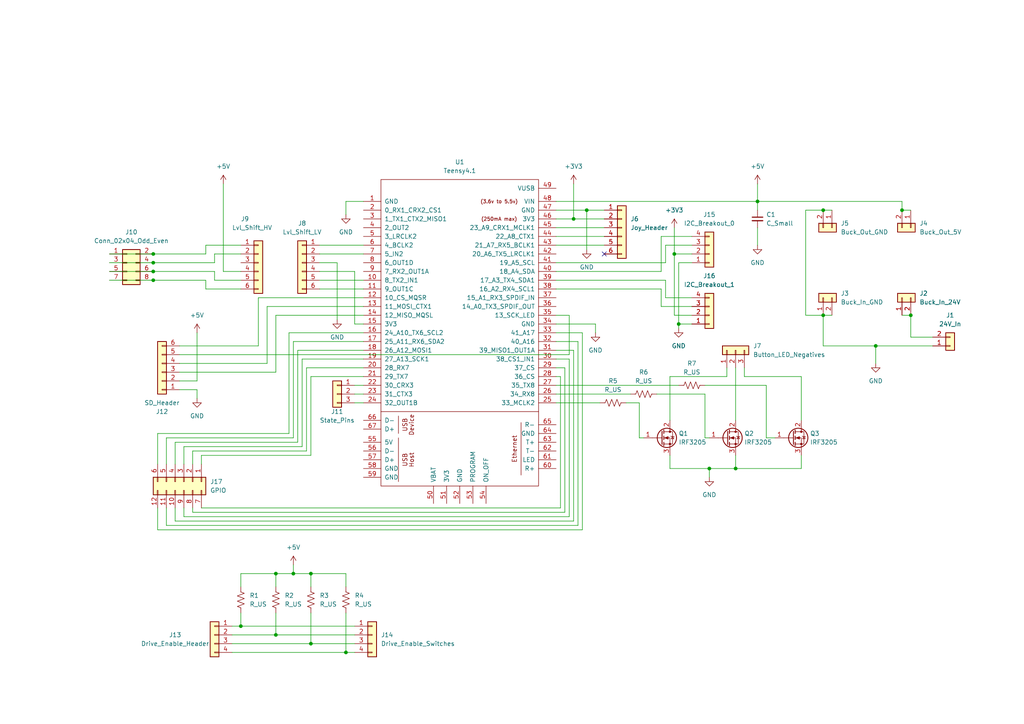
<source format=kicad_sch>
(kicad_sch (version 20211123) (generator eeschema)
  (paper "A4")
  (title_block (title "CNC_Foamcutter_Control_Board") (date "2023-01-08") (rev "1") (company "Case Aeronautics Team"))
  (lib_symbols
    (symbol "Connector_Generic:Conn_01x02" (pin_names (offset 1.016) hide)
      (property "Reference" "J" (at 0 2.54 0))
      (property "Value" "Conn_01x02" (at 0 -5.08 0))
      (symbol "Conn_01x02_1_1"
        (rectangle (start -1.27 -2.413) (end 0 -2.667) (stroke (width 0.1524)))
        (rectangle (start -1.27 0.127) (end 0 -0.127) (stroke (width 0.1524)))
        (rectangle (start -1.27 1.27) (end 1.27 -3.81) (stroke (width 0.254)) (fill (type background)))
        (pin passive line (at -5.08 0 0) (length 3.81) (name "Pin_1") (number "1"))
        (pin passive line (at -5.08 -2.54 0) (length 3.81) (name "Pin_2") (number "2"))
      )
    )
    (symbol "Connector_Generic:Conn_01x03" (pin_names (offset 1.016) hide)
      (property "Reference" "J" (at 0 5.08 0))
      (property "Value" "Conn_01x03" (at 0 -5.08 0))
      (symbol "Conn_01x03_1_1"
        (rectangle (start -1.27 -2.413) (end 0 -2.667) (stroke (width 0.1524)))
        (rectangle (start -1.27 0.127) (end 0 -0.127) (stroke (width 0.1524)))
        (rectangle (start -1.27 2.667) (end 0 2.413) (stroke (width 0.1524)))
        (rectangle (start -1.27 3.81) (end 1.27 -3.81) (stroke (width 0.254)) (fill (type background)))
        (pin passive line (at -5.08 2.54 0) (length 3.81) (name "Pin_1") (number "1"))
        (pin passive line (at -5.08 0 0) (length 3.81) (name "Pin_2") (number "2"))
        (pin passive line (at -5.08 -2.54 0) (length 3.81) (name "Pin_3") (number "3"))
      )
    )
    (symbol "Connector_Generic:Conn_01x04" (pin_names (offset 1.016) hide)
      (property "Reference" "J" (at 0 5.08 0))
      (property "Value" "Conn_01x04" (at 0 -7.62 0))
      (symbol "Conn_01x04_1_1"
        (rectangle (start -1.27 -4.953) (end 0 -5.207) (stroke (width 0.1524)))
        (rectangle (start -1.27 -2.413) (end 0 -2.667) (stroke (width 0.1524)))
        (rectangle (start -1.27 0.127) (end 0 -0.127) (stroke (width 0.1524)))
        (rectangle (start -1.27 2.667) (end 0 2.413) (stroke (width 0.1524)))
        (rectangle (start -1.27 3.81) (end 1.27 -6.35) (stroke (width 0.254)) (fill (type background)))
        (pin passive line (at -5.08 2.54 0) (length 3.81) (name "Pin_1") (number "1"))
        (pin passive line (at -5.08 0 0) (length 3.81) (name "Pin_2") (number "2"))
        (pin passive line (at -5.08 -2.54 0) (length 3.81) (name "Pin_3") (number "3"))
        (pin passive line (at -5.08 -5.08 0) (length 3.81) (name "Pin_4") (number "4"))
      )
    )
    (symbol "Connector_Generic:Conn_01x06" (pin_names (offset 1.016) hide)
      (property "Reference" "J" (at 0 7.62 0))
      (property "Value" "Conn_01x06" (at 0 -10.16 0))
      (symbol "Conn_01x06_1_1"
        (rectangle (start -1.27 -7.493) (end 0 -7.747) (stroke (width 0.1524)))
        (rectangle (start -1.27 -4.953) (end 0 -5.207) (stroke (width 0.1524)))
        (rectangle (start -1.27 -2.413) (end 0 -2.667) (stroke (width 0.1524)))
        (rectangle (start -1.27 0.127) (end 0 -0.127) (stroke (width 0.1524)))
        (rectangle (start -1.27 2.667) (end 0 2.413) (stroke (width 0.1524)))
        (rectangle (start -1.27 5.207) (end 0 4.953) (stroke (width 0.1524)))
        (rectangle (start -1.27 6.35) (end 1.27 -8.89) (stroke (width 0.254)) (fill (type background)))
        (pin passive line (at -5.08 5.08 0) (length 3.81) (name "Pin_1") (number "1"))
        (pin passive line (at -5.08 2.54 0) (length 3.81) (name "Pin_2") (number "2"))
        (pin passive line (at -5.08 0 0) (length 3.81) (name "Pin_3") (number "3"))
        (pin passive line (at -5.08 -2.54 0) (length 3.81) (name "Pin_4") (number "4"))
        (pin passive line (at -5.08 -5.08 0) (length 3.81) (name "Pin_5") (number "5"))
        (pin passive line (at -5.08 -7.62 0) (length 3.81) (name "Pin_6") (number "6"))
      )
    )
    (symbol "Connector_Generic:Conn_02x04_Odd_Even" (pin_names (offset 1.016) hide)
      (property "Reference" "J" (at 1.27 5.08 0))
      (property "Value" "Conn_02x04_Odd_Even" (at 1.27 -7.62 0))
      (symbol "Conn_02x04_Odd_Even_1_1"
        (rectangle (start -1.27 -4.953) (end 0 -5.207) (stroke (width 0.1524)))
        (rectangle (start -1.27 -2.413) (end 0 -2.667) (stroke (width 0.1524)))
        (rectangle (start -1.27 0.127) (end 0 -0.127) (stroke (width 0.1524)))
        (rectangle (start -1.27 2.667) (end 0 2.413) (stroke (width 0.1524)))
        (rectangle (start -1.27 3.81) (end 3.81 -6.35) (stroke (width 0.254)) (fill (type background)))
        (rectangle (start 3.81 -4.953) (end 2.54 -5.207) (stroke (width 0.1524)))
        (rectangle (start 3.81 -2.413) (end 2.54 -2.667) (stroke (width 0.1524)))
        (rectangle (start 3.81 0.127) (end 2.54 -0.127) (stroke (width 0.1524)))
        (rectangle (start 3.81 2.667) (end 2.54 2.413) (stroke (width 0.1524)))
        (pin passive line (at -5.08 2.54 0) (length 3.81) (name "Pin_1") (number "1"))
        (pin passive line (at 7.62 2.54 180) (length 3.81) (name "Pin_2") (number "2"))
        (pin passive line (at -5.08 0 0) (length 3.81) (name "Pin_3") (number "3"))
        (pin passive line (at 7.62 0 180) (length 3.81) (name "Pin_4") (number "4"))
        (pin passive line (at -5.08 -2.54 0) (length 3.81) (name "Pin_5") (number "5"))
        (pin passive line (at 7.62 -2.54 180) (length 3.81) (name "Pin_6") (number "6"))
        (pin passive line (at -5.08 -5.08 0) (length 3.81) (name "Pin_7") (number "7"))
        (pin passive line (at 7.62 -5.08 180) (length 3.81) (name "Pin_8") (number "8"))
      )
    )
    (symbol "Connector_Generic:Conn_02x06_Top_Bottom" (pin_names (offset 1.016) hide)
      (property "Reference" "J" (at 1.27 7.62 0))
      (property "Value" "Conn_02x06_Top_Bottom" (at 1.27 -10.16 0))
      (symbol "Conn_02x06_Top_Bottom_1_1"
        (rectangle (start -1.27 -7.493) (end 0 -7.747) (stroke (width 0.1524)))
        (rectangle (start -1.27 -4.953) (end 0 -5.207) (stroke (width 0.1524)))
        (rectangle (start -1.27 -2.413) (end 0 -2.667) (stroke (width 0.1524)))
        (rectangle (start -1.27 0.127) (end 0 -0.127) (stroke (width 0.1524)))
        (rectangle (start -1.27 2.667) (end 0 2.413) (stroke (width 0.1524)))
        (rectangle (start -1.27 5.207) (end 0 4.953) (stroke (width 0.1524)))
        (rectangle (start -1.27 6.35) (end 3.81 -8.89) (stroke (width 0.254)) (fill (type background)))
        (rectangle (start 3.81 -7.493) (end 2.54 -7.747) (stroke (width 0.1524)))
        (rectangle (start 3.81 -4.953) (end 2.54 -5.207) (stroke (width 0.1524)))
        (rectangle (start 3.81 -2.413) (end 2.54 -2.667) (stroke (width 0.1524)))
        (rectangle (start 3.81 0.127) (end 2.54 -0.127) (stroke (width 0.1524)))
        (rectangle (start 3.81 2.667) (end 2.54 2.413) (stroke (width 0.1524)))
        (rectangle (start 3.81 5.207) (end 2.54 4.953) (stroke (width 0.1524)))
        (pin passive line (at -5.08 5.08 0) (length 3.81) (name "Pin_1") (number "1"))
        (pin passive line (at 7.62 -2.54 180) (length 3.81) (name "Pin_10") (number "10"))
        (pin passive line (at 7.62 -5.08 180) (length 3.81) (name "Pin_11") (number "11"))
        (pin passive line (at 7.62 -7.62 180) (length 3.81) (name "Pin_12") (number "12"))
        (pin passive line (at -5.08 2.54 0) (length 3.81) (name "Pin_2") (number "2"))
        (pin passive line (at -5.08 0 0) (length 3.81) (name "Pin_3") (number "3"))
        (pin passive line (at -5.08 -2.54 0) (length 3.81) (name "Pin_4") (number "4"))
        (pin passive line (at -5.08 -5.08 0) (length 3.81) (name "Pin_5") (number "5"))
        (pin passive line (at -5.08 -7.62 0) (length 3.81) (name "Pin_6") (number "6"))
        (pin passive line (at 7.62 5.08 180) (length 3.81) (name "Pin_7") (number "7"))
        (pin passive line (at 7.62 2.54 180) (length 3.81) (name "Pin_8") (number "8"))
        (pin passive line (at 7.62 0 180) (length 3.81) (name "Pin_9") (number "9"))
      )
    )
    (symbol "Device:C_Small" (pin_numbers hide) (pin_names (offset 0.254) hide)
      (property "Reference" "C" (at 0.254 1.778 0))
      (property "Value" "C_Small" (at 0.254 -2.032 0))
      (symbol "C_Small_0_1"
        (polyline (pts (xy -1.524 -0.508) (xy 1.524 -0.508)) (stroke (width 0.3302)))
        (polyline (pts (xy -1.524 0.508) (xy 1.524 0.508)) (stroke (width 0.3048)))
      )
      (symbol "C_Small_1_1"
        (pin passive line (at 0 2.54 270) (length 2.032) (name "~") (number "1"))
        (pin passive line (at 0 -2.54 90) (length 2.032) (name "~") (number "2"))
      )
    )
    (symbol "Device:R_US" (pin_numbers hide) (pin_names (offset 0))
      (property "Reference" "R" (at 2.54 0 90))
      (property "Value" "R_US" (at -2.54 0 90))
      (symbol "R_US_0_1"
        (polyline (pts (xy 0 -2.286) (xy 0 -2.54)))
        (polyline (pts (xy 0 2.286) (xy 0 2.54)))
        (polyline (pts (xy 0 -0.762) (xy 1.016 -1.143) (xy 0 -1.524) (xy -1.016 -1.905) (xy 0 -2.286)))
        (polyline (pts (xy 0 0.762) (xy 1.016 0.381) (xy 0 0) (xy -1.016 -0.381) (xy 0 -0.762)))
        (polyline (pts (xy 0 2.286) (xy 1.016 1.905) (xy 0 1.524) (xy -1.016 1.143) (xy 0 0.762)))
      )
      (symbol "R_US_1_1"
        (pin passive line (at 0 3.81 270) (length 1.27) (name "~") (number "1"))
        (pin passive line (at 0 -3.81 90) (length 1.27) (name "~") (number "2"))
      )
    )
    (symbol "Transistor_FET:IRF3205" (pin_names hide)
      (property "Reference" "Q" (at 6.35 1.905 0))
      (property "Value" "IRF3205" (at 6.35 0 0))
      (symbol "IRF3205_0_1"
        (polyline (pts (xy 0.254 0) (xy -2.54 0)))
        (polyline (pts (xy 0.254 1.905) (xy 0.254 -1.905)) (stroke (width 0.254)))
        (polyline (pts (xy 0.762 -1.27) (xy 0.762 -2.286)) (stroke (width 0.254)))
        (polyline (pts (xy 0.762 0.508) (xy 0.762 -0.508)) (stroke (width 0.254)))
        (polyline (pts (xy 0.762 2.286) (xy 0.762 1.27)) (stroke (width 0.254)))
        (polyline (pts (xy 2.54 2.54) (xy 2.54 1.778)))
        (polyline (pts (xy 2.54 -2.54) (xy 2.54 0) (xy 0.762 0)))
        (polyline (pts (xy 0.762 -1.778) (xy 3.302 -1.778) (xy 3.302 1.778) (xy 0.762 1.778)))
        (polyline (pts (xy 1.016 0) (xy 2.032 0.381) (xy 2.032 -0.381) (xy 1.016 0)) (fill (type outline)))
        (polyline (pts (xy 2.794 0.508) (xy 2.921 0.381) (xy 3.683 0.381) (xy 3.81 0.254)))
        (polyline (pts (xy 3.302 0.381) (xy 2.921 -0.254) (xy 3.683 -0.254) (xy 3.302 0.381)))
        (circle (center 1.651 0) (radius 2.794) (stroke (width 0.254)))
        (circle (center 2.54 -1.778) (radius 0.254) (fill (type outline)))
        (circle (center 2.54 1.778) (radius 0.254) (fill (type outline)))
      )
      (symbol "IRF3205_1_1"
        (pin input line (at -5.08 0 0) (length 2.54) (name "G") (number "1"))
        (pin passive line (at 2.54 5.08 270) (length 2.54) (name "D") (number "2"))
        (pin passive line (at 2.54 -5.08 90) (length 2.54) (name "S") (number "3"))
      )
    )
    (symbol "power:+3V3" (power) (pin_names (offset 0))
      (property "Value" "+3V3" (at 0 3.556 0))
      (symbol "+3V3_0_1"
        (polyline (pts (xy -0.762 1.27) (xy 0 2.54)))
        (polyline (pts (xy 0 0) (xy 0 2.54)))
        (polyline (pts (xy 0 2.54) (xy 0.762 1.27)))
      )
      (symbol "+3V3_1_1"
        (pin power_in line (at 0 0 90) (length 0) hide (name "+3V3") (number "1"))
      )
    )
    (symbol "power:+5V" (power) (pin_names (offset 0))
      (property "Value" "+5V" (at 0 3.556 0))
      (symbol "+5V_0_1"
        (polyline (pts (xy -0.762 1.27) (xy 0 2.54)))
        (polyline (pts (xy 0 0) (xy 0 2.54)))
        (polyline (pts (xy 0 2.54) (xy 0.762 1.27)))
      )
      (symbol "+5V_1_1"
        (pin power_in line (at 0 0 90) (length 0) hide (name "+5V") (number "1"))
      )
    )
    (symbol "power:GND" (power) (pin_names (offset 0))
      (property "Value" "GND" (at 0 -3.81 0))
      (symbol "GND_0_1"
        (polyline (pts (xy 0 0) (xy 0 -1.27) (xy 1.27 -1.27) (xy 0 -2.54) (xy -1.27 -1.27) (xy 0 -1.27)))
      )
      (symbol "GND_1_1"
        (pin power_in line (at 0 0 270) (length 0) hide (name "GND") (number "1"))
      )
    )
    (symbol "teensy:Teensy4.1" (pin_names (offset 1.016))
      (property "Reference" "U" (at 0 64.77 0))
      (property "Value" "Teensy4.1" (at 0 62.23 0))
      (symbol "Teensy4.1_0_0"
        (polyline (pts (xy -22.86 -6.35) (xy 22.86 -6.35)))
        (polyline (pts (xy -17.78 -26.67) (xy -17.78 -13.97)))
        (polyline (pts (xy -17.78 -7.62) (xy -17.78 -12.7)))
        (polyline (pts (xy 17.78 -9.525) (xy 17.78 -24.765)))
        (text "(250mA max)" (at 11.43 49.53 0) (effects (font (size 1.016 1.016))))
        (text "(3.6v to 5.5v)" (at 11.43 54.61 0) (effects (font (size 1.016 1.016))))
        (text "Device" (at -13.97 -10.16 900) (effects (font (size 1.27 1.27))))
        (text "Ethernet" (at 15.875 -17.145 900) (effects (font (size 1.27 1.27))))
        (text "Host" (at -13.97 -20.32 900) (effects (font (size 1.27 1.27))))
        (text "USB" (at -15.875 -20.32 900) (effects (font (size 1.27 1.27))))
        (text "USB" (at -15.875 -10.16 900) (effects (font (size 1.27 1.27))))
        (pin bidirectional line (at -27.94 31.75 0) (length 5.08) (name "8_TX2_IN1") (number "10"))
        (pin bidirectional line (at -27.94 29.21 0) (length 5.08) (name "9_OUT1C") (number "11"))
        (pin bidirectional line (at -27.94 26.67 0) (length 5.08) (name "10_CS_MQSR") (number "12"))
        (pin bidirectional line (at -27.94 24.13 0) (length 5.08) (name "11_MOSI_CTX1") (number "13"))
        (pin bidirectional line (at -27.94 21.59 0) (length 5.08) (name "12_MISO_MQSL") (number "14"))
        (pin power_in line (at -27.94 19.05 0) (length 5.08) (name "3V3") (number "15"))
        (pin bidirectional line (at -27.94 16.51 0) (length 5.08) (name "24_A10_TX6_SCL2") (number "16"))
        (pin bidirectional line (at -27.94 13.97 0) (length 5.08) (name "25_A11_RX6_SDA2") (number "17"))
        (pin bidirectional line (at -27.94 11.43 0) (length 5.08) (name "26_A12_MOSI1") (number "18"))
        (pin bidirectional line (at -27.94 8.89 0) (length 5.08) (name "27_A13_SCK1") (number "19"))
        (pin bidirectional line (at -27.94 6.35 0) (length 5.08) (name "28_RX7") (number "20"))
        (pin bidirectional line (at -27.94 3.81 0) (length 5.08) (name "29_TX7") (number "21"))
        (pin bidirectional line (at -27.94 1.27 0) (length 5.08) (name "30_CRX3") (number "22"))
        (pin bidirectional line (at -27.94 -1.27 0) (length 5.08) (name "31_CTX3") (number "23"))
        (pin bidirectional line (at -27.94 -3.81 0) (length 5.08) (name "32_OUT1B") (number "24"))
        (pin bidirectional line (at 27.94 -3.81 180) (length 5.08) (name "33_MCLK2") (number "25"))
        (pin bidirectional line (at 27.94 -1.27 180) (length 5.08) (name "34_RX8") (number "26"))
        (pin bidirectional line (at 27.94 1.27 180) (length 5.08) (name "35_TX8") (number "27"))
        (pin bidirectional line (at 27.94 3.81 180) (length 5.08) (name "36_CS") (number "28"))
        (pin bidirectional line (at 27.94 6.35 180) (length 5.08) (name "37_CS") (number "29"))
        (pin bidirectional line (at 27.94 8.89 180) (length 5.08) (name "38_CS1_IN1") (number "30"))
        (pin bidirectional line (at 27.94 11.43 180) (length 5.08) (name "39_MISO1_OUT1A") (number "31"))
        (pin bidirectional line (at 27.94 13.97 180) (length 5.08) (name "40_A16") (number "32"))
        (pin bidirectional line (at 27.94 16.51 180) (length 5.08) (name "41_A17") (number "33"))
        (pin bidirectional line (at 27.94 21.59 180) (length 5.08) (name "13_SCK_LED") (number "35"))
        (pin bidirectional line (at 27.94 24.13 180) (length 5.08) (name "14_A0_TX3_SPDIF_OUT") (number "36"))
        (pin bidirectional line (at 27.94 26.67 180) (length 5.08) (name "15_A1_RX3_SPDIF_IN") (number "37"))
        (pin bidirectional line (at 27.94 29.21 180) (length 5.08) (name "16_A2_RX4_SCL1") (number "38"))
        (pin bidirectional line (at 27.94 31.75 180) (length 5.08) (name "17_A3_TX4_SDA1") (number "39"))
        (pin bidirectional line (at 27.94 34.29 180) (length 5.08) (name "18_A4_SDA") (number "40"))
        (pin bidirectional line (at 27.94 36.83 180) (length 5.08) (name "19_A5_SCL") (number "41"))
        (pin bidirectional line (at 27.94 39.37 180) (length 5.08) (name "20_A6_TX5_LRCLK1") (number "42"))
        (pin bidirectional line (at 27.94 41.91 180) (length 5.08) (name "21_A7_RX5_BCLK1") (number "43"))
        (pin bidirectional line (at 27.94 44.45 180) (length 5.08) (name "22_A8_CTX1") (number "44"))
        (pin bidirectional line (at 27.94 46.99 180) (length 5.08) (name "23_A9_CRX1_MCLK1") (number "45"))
        (pin output line (at 27.94 49.53 180) (length 5.08) (name "3V3") (number "46"))
        (pin output line (at 27.94 52.07 180) (length 5.08) (name "GND") (number "47"))
        (pin power_in line (at 27.94 54.61 180) (length 5.08) (name "VIN") (number "48"))
        (pin power_out line (at 27.94 58.42 180) (length 5.08) (name "VUSB") (number "49"))
        (pin bidirectional line (at -27.94 44.45 0) (length 5.08) (name "3_LRCLK2") (number "5"))
        (pin power_in line (at -7.62 -33.02 90) (length 5.08) (name "VBAT") (number "50"))
        (pin power_in line (at -3.81 -33.02 90) (length 5.08) (name "3V3") (number "51"))
        (pin input line (at 0 -33.02 90) (length 5.08) (name "GND") (number "52"))
        (pin input line (at 3.81 -33.02 90) (length 5.08) (name "PROGRAM") (number "53"))
        (pin input line (at 7.62 -33.02 90) (length 5.08) (name "ON_OFF") (number "54"))
        (pin power_out line (at -27.94 -15.24 0) (length 5.08) (name "5V") (number "55"))
        (pin bidirectional line (at -27.94 -17.78 0) (length 5.08) (name "D-") (number "56"))
        (pin bidirectional line (at -27.94 -20.32 0) (length 5.08) (name "D+") (number "57"))
        (pin power_in line (at -27.94 -22.86 0) (length 5.08) (name "GND") (number "58"))
        (pin power_in line (at -27.94 -25.4 0) (length 5.08) (name "GND") (number "59"))
        (pin bidirectional line (at -27.94 41.91 0) (length 5.08) (name "4_BCLK2") (number "6"))
        (pin bidirectional line (at 27.94 -22.86 180) (length 5.08) (name "R+") (number "60"))
        (pin bidirectional line (at 27.94 -20.32 180) (length 5.08) (name "LED") (number "61"))
        (pin bidirectional line (at 27.94 -17.78 180) (length 5.08) (name "T-") (number "62"))
        (pin bidirectional line (at 27.94 -15.24 180) (length 5.08) (name "T+") (number "63"))
        (pin power_in line (at 27.94 -12.7 180) (length 5.08) (name "GND") (number "64"))
        (pin bidirectional line (at 27.94 -10.16 180) (length 5.08) (name "R-") (number "65"))
        (pin bidirectional line (at -27.94 -8.89 0) (length 5.08) (name "D-") (number "66"))
        (pin bidirectional line (at -27.94 -11.43 0) (length 5.08) (name "D+") (number "67"))
        (pin bidirectional line (at -27.94 39.37 0) (length 5.08) (name "5_IN2") (number "7"))
        (pin bidirectional line (at -27.94 36.83 0) (length 5.08) (name "6_OUT1D") (number "8"))
        (pin bidirectional line (at -27.94 34.29 0) (length 5.08) (name "7_RX2_OUT1A") (number "9"))
      )
      (symbol "Teensy4.1_0_1"
        (rectangle (start -22.86 60.96) (end 22.86 -27.94))
        (rectangle (start -20.32 -1.27) (end -20.32 -1.27))
      )
      (symbol "Teensy4.1_1_1"
        (pin power_in line (at -27.94 54.61 0) (length 5.08) (name "GND") (number "1"))
        (pin bidirectional line (at -27.94 52.07 0) (length 5.08) (name "0_RX1_CRX2_CS1") (number "2"))
        (pin bidirectional line (at -27.94 49.53 0) (length 5.08) (name "1_TX1_CTX2_MISO1") (number "3"))
        (pin power_in line (at 27.94 19.05 180) (length 5.08) (name "GND") (number "34"))
        (pin bidirectional line (at -27.94 46.99 0) (length 5.08) (name "2_OUT2") (number "4"))
      )
    )
  )
  (junction (at 44.45 81.28))
  (junction (at 80.01 166.37))
  (junction (at 238.76 60.96))
  (junction (at 213.36 135.89))
  (junction (at 100.33 189.23))
  (junction (at 44.45 76.2))
  (junction (at 85.09 166.37))
  (junction (at 90.17 166.37))
  (junction (at 195.58 73.66))
  (junction (at 261.62 60.96))
  (junction (at 166.37 63.5))
  (junction (at 238.76 91.44))
  (junction (at 80.01 184.15))
  (junction (at 205.74 135.89))
  (junction (at 254 100.33))
  (junction (at 90.17 186.69))
  (junction (at 264.16 91.44))
  (junction (at 196.85 93.98))
  (junction (at 44.45 78.74))
  (junction (at 44.45 73.66))
  (junction (at 170.18 60.96))
  (junction (at 69.85 181.61))
  (junction (at 219.71 58.42))
  (no_connect (at 175.26 73.66))
  (wire (pts (xy 90.17 132.08) (xy 58.42 132.08)))
  (wire (pts (xy 86.36 101.6) (xy 86.36 128.27)))
  (wire (pts (xy 254 100.33) (xy 238.76 100.33)))
  (wire (pts (xy 74.93 86.36) (xy 105.41 86.36)))
  (wire (pts (xy 92.71 83.82) (xy 105.41 83.82)))
  (wire (pts (xy 59.69 71.12) (xy 59.69 73.66)))
  (wire (pts (xy 196.85 93.98) (xy 200.66 93.98)))
  (wire (pts (xy 83.82 125.73) (xy 45.72 125.73)))
  (wire (pts (xy 44.45 78.74) (xy 62.23 78.74)))
  (wire (pts (xy 238.76 60.96) (xy 241.3 60.96)))
  (wire (pts (xy 31.75 76.2) (xy 44.45 76.2)))
  (wire (pts (xy 162.56 147.32) (xy 58.42 147.32)))
  (wire (pts (xy 194.31 135.89) (xy 205.74 135.89)))
  (wire (pts (xy 90.17 109.22) (xy 90.17 132.08)))
  (wire (pts (xy 59.69 83.82) (xy 59.69 81.28)))
  (wire (pts (xy 215.9 109.22) (xy 215.9 106.68)))
  (wire (pts (xy 200.66 76.2) (xy 196.85 76.2)))
  (wire (pts (xy 185.42 127) (xy 186.69 127)))
  (wire (pts (xy 100.33 58.42) (xy 100.33 62.23)))
  (wire (pts (xy 200.66 91.44) (xy 195.58 91.44)))
  (wire (pts (xy 83.82 96.52) (xy 83.82 125.73)))
  (wire (pts (xy 167.64 152.4) (xy 48.26 152.4)))
  (wire (pts (xy 161.29 68.58) (xy 175.26 68.58)))
  (wire (pts (xy 205.74 135.89) (xy 205.74 138.43)))
  (wire (pts (xy 261.62 91.44) (xy 264.16 91.44)))
  (wire (pts (xy 52.07 100.33) (xy 74.93 100.33)))
  (wire (pts (xy 52.07 105.41) (xy 77.47 105.41)))
  (wire (pts (xy 222.25 127) (xy 224.79 127)))
  (wire (pts (xy 233.68 60.96) (xy 238.76 60.96)))
  (wire (pts (xy 62.23 73.66) (xy 62.23 76.2)))
  (wire (pts (xy 105.41 109.22) (xy 90.17 109.22)))
  (wire (pts (xy 97.79 92.71) (xy 97.79 76.2)))
  (wire (pts (xy 161.29 104.14) (xy 165.1 104.14)))
  (wire (pts (xy 64.77 78.74) (xy 69.85 78.74)))
  (wire (pts (xy 200.66 73.66) (xy 195.58 73.66)))
  (wire (pts (xy 53.34 149.86) (xy 53.34 147.32)))
  (wire (pts (xy 264.16 97.79) (xy 264.16 91.44)))
  (wire (pts (xy 219.71 58.42) (xy 219.71 60.96)))
  (wire (pts (xy 204.47 127) (xy 205.74 127)))
  (wire (pts (xy 50.8 128.27) (xy 50.8 134.62)))
  (wire (pts (xy 88.9 106.68) (xy 88.9 130.81)))
  (wire (pts (xy 162.56 109.22) (xy 162.56 147.32)))
  (wire (pts (xy 80.01 177.8) (xy 80.01 184.15)))
  (wire (pts (xy 195.58 66.04) (xy 195.58 73.66)))
  (wire (pts (xy 90.17 166.37) (xy 90.17 170.18)))
  (wire (pts (xy 194.31 132.08) (xy 194.31 135.89)))
  (wire (pts (xy 261.62 58.42) (xy 219.71 58.42)))
  (wire (pts (xy 196.85 93.98) (xy 196.85 95.25)))
  (wire (pts (xy 80.01 166.37) (xy 80.01 170.18)))
  (wire (pts (xy 97.79 76.2) (xy 92.71 76.2)))
  (wire (pts (xy 161.29 81.28) (xy 193.04 81.28)))
  (wire (pts (xy 69.85 83.82) (xy 59.69 83.82)))
  (wire (pts (xy 254 100.33) (xy 270.51 100.33)))
  (wire (pts (xy 69.85 177.8) (xy 69.85 181.61)))
  (wire (pts (xy 92.71 71.12) (xy 105.41 71.12)))
  (wire (pts (xy 55.88 130.81) (xy 55.88 134.62)))
  (wire (pts (xy 80.01 184.15) (xy 102.87 184.15)))
  (wire (pts (xy 191.77 88.9) (xy 200.66 88.9)))
  (wire (pts (xy 102.87 93.98) (xy 102.87 78.74)))
  (wire (pts (xy 87.63 129.54) (xy 53.34 129.54)))
  (wire (pts (xy 67.31 184.15) (xy 80.01 184.15)))
  (wire (pts (xy 191.77 78.74) (xy 191.77 68.58)))
  (wire (pts (xy 170.18 60.96) (xy 170.18 72.39)))
  (wire (pts (xy 102.87 116.84) (xy 105.41 116.84)))
  (wire (pts (xy 193.04 81.28) (xy 193.04 86.36)))
  (wire (pts (xy 191.77 83.82) (xy 191.77 88.9)))
  (wire (pts (xy 161.29 96.52) (xy 168.91 96.52)))
  (wire (pts (xy 161.29 116.84) (xy 173.99 116.84)))
  (wire (pts (xy 92.71 73.66) (xy 105.41 73.66)))
  (wire (pts (xy 100.33 166.37) (xy 100.33 170.18)))
  (wire (pts (xy 85.09 127) (xy 48.26 127)))
  (wire (pts (xy 165.1 102.87) (xy 165.1 91.44)))
  (wire (pts (xy 232.41 121.92) (xy 232.41 109.22)))
  (wire (pts (xy 52.07 107.95) (xy 80.01 107.95)))
  (wire (pts (xy 67.31 186.69) (xy 90.17 186.69)))
  (wire (pts (xy 85.09 166.37) (xy 80.01 166.37)))
  (wire (pts (xy 55.88 148.59) (xy 55.88 147.32)))
  (wire (pts (xy 85.09 99.06) (xy 85.09 127)))
  (wire (pts (xy 102.87 114.3) (xy 105.41 114.3)))
  (wire (pts (xy 53.34 129.54) (xy 53.34 134.62)))
  (wire (pts (xy 161.29 106.68) (xy 163.83 106.68)))
  (wire (pts (xy 165.1 91.44) (xy 161.29 91.44)))
  (wire (pts (xy 161.29 71.12) (xy 175.26 71.12)))
  (wire (pts (xy 232.41 135.89) (xy 213.36 135.89)))
  (wire (pts (xy 48.26 152.4) (xy 48.26 147.32)))
  (wire (pts (xy 102.87 78.74) (xy 92.71 78.74)))
  (wire (pts (xy 77.47 105.41) (xy 77.47 88.9)))
  (wire (pts (xy 232.41 132.08) (xy 232.41 135.89)))
  (wire (pts (xy 170.18 60.96) (xy 175.26 60.96)))
  (wire (pts (xy 194.31 121.92) (xy 194.31 109.22)))
  (wire (pts (xy 69.85 181.61) (xy 102.87 181.61)))
  (wire (pts (xy 64.77 53.34) (xy 64.77 78.74)))
  (wire (pts (xy 161.29 63.5) (xy 166.37 63.5)))
  (wire (pts (xy 105.41 99.06) (xy 85.09 99.06)))
  (wire (pts (xy 105.41 106.68) (xy 88.9 106.68)))
  (wire (pts (xy 233.68 60.96) (xy 233.68 91.44)))
  (wire (pts (xy 52.07 113.03) (xy 57.15 113.03)))
  (wire (pts (xy 161.29 114.3) (xy 182.88 114.3)))
  (wire (pts (xy 48.26 127) (xy 48.26 134.62)))
  (wire (pts (xy 233.68 91.44) (xy 238.76 91.44)))
  (wire (pts (xy 44.45 73.66) (xy 59.69 73.66)))
  (wire (pts (xy 80.01 107.95) (xy 80.01 91.44)))
  (wire (pts (xy 44.45 81.28) (xy 59.69 81.28)))
  (wire (pts (xy 100.33 177.8) (xy 100.33 189.23)))
  (wire (pts (xy 166.37 101.6) (xy 166.37 151.13)))
  (wire (pts (xy 57.15 113.03) (xy 57.15 115.57)))
  (wire (pts (xy 166.37 63.5) (xy 175.26 63.5)))
  (wire (pts (xy 161.29 78.74) (xy 191.77 78.74)))
  (wire (pts (xy 77.47 88.9) (xy 105.41 88.9)))
  (wire (pts (xy 90.17 166.37) (xy 100.33 166.37)))
  (wire (pts (xy 105.41 58.42) (xy 100.33 58.42)))
  (wire (pts (xy 90.17 186.69) (xy 102.87 186.69)))
  (wire (pts (xy 45.72 153.67) (xy 45.72 147.32)))
  (wire (pts (xy 44.45 76.2) (xy 62.23 76.2)))
  (wire (pts (xy 213.36 106.68) (xy 213.36 121.92)))
  (wire (pts (xy 196.85 76.2) (xy 196.85 93.98)))
  (wire (pts (xy 105.41 93.98) (xy 102.87 93.98)))
  (wire (pts (xy 161.29 58.42) (xy 219.71 58.42)))
  (wire (pts (xy 52.07 110.49) (xy 57.15 110.49)))
  (wire (pts (xy 254 100.33) (xy 254 105.41)))
  (wire (pts (xy 163.83 106.68) (xy 163.83 148.59)))
  (wire (pts (xy 161.29 76.2) (xy 193.04 76.2)))
  (wire (pts (xy 193.04 86.36) (xy 200.66 86.36)))
  (wire (pts (xy 232.41 109.22) (xy 215.9 109.22)))
  (wire (pts (xy 31.75 73.66) (xy 44.45 73.66)))
  (wire (pts (xy 58.42 132.08) (xy 58.42 134.62)))
  (wire (pts (xy 213.36 135.89) (xy 205.74 135.89)))
  (wire (pts (xy 161.29 109.22) (xy 162.56 109.22)))
  (wire (pts (xy 161.29 66.04) (xy 175.26 66.04)))
  (wire (pts (xy 57.15 110.49) (xy 57.15 96.52)))
  (wire (pts (xy 161.29 83.82) (xy 191.77 83.82)))
  (wire (pts (xy 74.93 100.33) (xy 74.93 86.36)))
  (wire (pts (xy 165.1 149.86) (xy 53.34 149.86)))
  (wire (pts (xy 69.85 73.66) (xy 62.23 73.66)))
  (wire (pts (xy 194.31 109.22) (xy 210.82 109.22)))
  (wire (pts (xy 31.75 81.28) (xy 44.45 81.28)))
  (wire (pts (xy 69.85 81.28) (xy 62.23 81.28)))
  (wire (pts (xy 102.87 111.76) (xy 105.41 111.76)))
  (wire (pts (xy 191.77 68.58) (xy 200.66 68.58)))
  (wire (pts (xy 105.41 101.6) (xy 86.36 101.6)))
  (wire (pts (xy 195.58 73.66) (xy 195.58 91.44)))
  (wire (pts (xy 161.29 60.96) (xy 170.18 60.96)))
  (wire (pts (xy 85.09 163.83) (xy 85.09 166.37)))
  (wire (pts (xy 185.42 116.84) (xy 181.61 116.84)))
  (wire (pts (xy 52.07 102.87) (xy 165.1 102.87)))
  (wire (pts (xy 219.71 53.34) (xy 219.71 58.42)))
  (wire (pts (xy 193.04 71.12) (xy 200.66 71.12)))
  (wire (pts (xy 204.47 111.76) (xy 222.25 111.76)))
  (wire (pts (xy 100.33 189.23) (xy 102.87 189.23)))
  (wire (pts (xy 88.9 130.81) (xy 55.88 130.81)))
  (wire (pts (xy 69.85 71.12) (xy 59.69 71.12)))
  (wire (pts (xy 105.41 96.52) (xy 83.82 96.52)))
  (wire (pts (xy 166.37 151.13) (xy 50.8 151.13)))
  (wire (pts (xy 86.36 128.27) (xy 50.8 128.27)))
  (wire (pts (xy 80.01 91.44) (xy 105.41 91.44)))
  (wire (pts (xy 67.31 181.61) (xy 69.85 181.61)))
  (wire (pts (xy 87.63 104.14) (xy 87.63 129.54)))
  (wire (pts (xy 193.04 76.2) (xy 193.04 71.12)))
  (wire (pts (xy 31.75 78.74) (xy 44.45 78.74)))
  (wire (pts (xy 62.23 81.28) (xy 62.23 78.74)))
  (wire (pts (xy 210.82 109.22) (xy 210.82 106.68)))
  (wire (pts (xy 50.8 151.13) (xy 50.8 147.32)))
  (wire (pts (xy 261.62 60.96) (xy 264.16 60.96)))
  (wire (pts (xy 213.36 132.08) (xy 213.36 135.89)))
  (wire (pts (xy 67.31 189.23) (xy 100.33 189.23)))
  (wire (pts (xy 166.37 53.34) (xy 166.37 63.5)))
  (wire (pts (xy 190.5 114.3) (xy 204.47 114.3)))
  (wire (pts (xy 85.09 166.37) (xy 90.17 166.37)))
  (wire (pts (xy 161.29 99.06) (xy 167.64 99.06)))
  (wire (pts (xy 168.91 153.67) (xy 45.72 153.67)))
  (wire (pts (xy 161.29 111.76) (xy 196.85 111.76)))
  (wire (pts (xy 219.71 66.04) (xy 219.71 71.12)))
  (wire (pts (xy 161.29 101.6) (xy 166.37 101.6)))
  (wire (pts (xy 105.41 104.14) (xy 87.63 104.14)))
  (wire (pts (xy 90.17 177.8) (xy 90.17 186.69)))
  (wire (pts (xy 161.29 93.98) (xy 172.72 93.98)))
  (wire (pts (xy 238.76 100.33) (xy 238.76 91.44)))
  (wire (pts (xy 222.25 111.76) (xy 222.25 127)))
  (wire (pts (xy 45.72 125.73) (xy 45.72 134.62)))
  (wire (pts (xy 238.76 91.44) (xy 241.3 91.44)))
  (wire (pts (xy 167.64 99.06) (xy 167.64 152.4)))
  (wire (pts (xy 172.72 93.98) (xy 172.72 96.52)))
  (wire (pts (xy 92.71 81.28) (xy 105.41 81.28)))
  (wire (pts (xy 270.51 97.79) (xy 264.16 97.79)))
  (wire (pts (xy 69.85 166.37) (xy 69.85 170.18)))
  (wire (pts (xy 185.42 127) (xy 185.42 116.84)))
  (wire (pts (xy 163.83 148.59) (xy 55.88 148.59)))
  (wire (pts (xy 69.85 166.37) (xy 80.01 166.37)))
  (wire (pts (xy 168.91 96.52) (xy 168.91 153.67)))
  (wire (pts (xy 165.1 104.14) (xy 165.1 149.86)))
  (wire (pts (xy 204.47 114.3) (xy 204.47 127)))
  (wire (pts (xy 261.62 60.96) (xy 261.62 58.42)))
  (symbol (lib_id "power:+5V") (at 57.15 96.52 0) (unit 1)
    (property "Reference" "#PWR0108" (effects hide))
    (property "Value" "+5V" (at 57.15 91.44 0))
  )
  (symbol (lib_id "Device:R_US") (at 80.01 173.99 0) (unit 1)
    (property "Reference" "R2" (at 82.55 172.7199 0) (effects (justify left)))
    (property "Value" "R_US" (at 82.55 175.2599 0) (effects (justify left)))
    (property "Footprint" "Resistor_THT:R_Axial_DIN0204_L3.6mm_D1.6mm_P5.08mm_Horizontal" (effects hide))
  )
  (symbol (lib_id "Device:R_US") (at 200.66 111.76 270) (unit 1)
    (property "Reference" "R7" (at 200.66 105.41 90))
    (property "Value" "R_US" (at 200.66 107.95 90))
    (property "Footprint" "Resistor_THT:R_Axial_DIN0204_L3.6mm_D1.6mm_P5.08mm_Horizontal" (effects hide))
  )
  (symbol (lib_id "Connector_Generic:Conn_01x02") (at 275.59 100.33 0) (mirror x) (unit 1)
    (property "Reference" "J1" (at 275.59 91.44 0))
    (property "Value" "24V_In" (at 275.59 93.98 0))
    (property "Footprint" "Connector_PinHeader_2.54mm:PinHeader_1x02_P2.54mm_Vertical" (effects hide))
  )
  (symbol (lib_id "Device:R_US") (at 177.8 116.84 90) (unit 1)
    (property "Reference" "R5" (at 177.8 110.49 90))
    (property "Value" "R_US" (at 177.8 113.03 90))
    (property "Footprint" "Resistor_THT:R_Axial_DIN0204_L3.6mm_D1.6mm_P5.08mm_Horizontal" (effects hide))
  )
  (symbol (lib_id "Connector_Generic:Conn_01x06") (at 180.34 66.04 0) (unit 1)
    (property "Reference" "J6" (at 182.88 63.5 0) (effects (justify left)))
    (property "Value" "Joy_Header" (at 182.88 66.04 0) (effects (justify left)))
    (property "Footprint" "Connector_PinHeader_2.54mm:PinHeader_1x06_P2.54mm_Vertical" (effects hide))
  )
  (symbol (lib_id "Transistor_FET:IRF3205") (at 229.87 127 0) (unit 1)
    (property "Reference" "Q3" (at 234.95 125.73 0) (effects (justify left)))
    (property "Value" "IRF3205" (at 234.95 128.27 0) (effects (justify left)))
    (property "Footprint" "Package_TO_SOT_THT:TO-220-3_Vertical" (effects hide))
    (property "Datasheet" "http://www.irf.com/product-info/datasheets/data/irf3205.pdf" (effects hide))
  )
  (symbol (lib_id "Connector_Generic:Conn_01x04") (at 205.74 73.66 0) (mirror x) (unit 1)
    (property "Reference" "J15" (at 205.74 62.23 0))
    (property "Value" "I2C_Breakout_0" (at 205.74 64.77 0))
    (property "Footprint" "Connector_PinHeader_2.54mm:PinHeader_1x04_P2.54mm_Vertical" (effects hide))
  )
  (symbol (lib_id "Connector_Generic:Conn_01x06") (at 46.99 107.95 180) (unit 1)
    (property "Reference" "J12" (at 46.99 119.38 0))
    (property "Value" "SD_Header" (at 46.99 116.84 0))
    (property "Footprint" "Connector_PinHeader_2.54mm:PinHeader_1x06_P2.54mm_Vertical" (effects hide))
  )
  (symbol (lib_id "Connector_Generic:Conn_01x04") (at 205.74 91.44 0) (mirror x) (unit 1)
    (property "Reference" "J16" (at 205.74 80.01 0))
    (property "Value" "I2C_Breakout_1" (at 205.74 82.55 0))
    (property "Footprint" "Connector_PinHeader_2.54mm:PinHeader_1x04_P2.54mm_Vertical" (effects hide))
  )
  (symbol (lib_id "power:GND") (at 172.72 96.52 0) (unit 1)
    (property "Reference" "#PWR0115" (effects hide))
    (property "Value" "GND" (at 172.72 101.6 0))
  )
  (symbol (lib_id "Connector_Generic:Conn_01x03") (at 97.79 114.3 0) (mirror y) (unit 1)
    (property "Reference" "J11" (at 97.79 119.38 0))
    (property "Value" "State_Pins" (at 97.79 121.92 0))
    (property "Footprint" "Connector_PinHeader_2.54mm:PinHeader_1x03_P2.54mm_Vertical" (effects hide))
  )
  (symbol (lib_id "power:GND") (at 170.18 72.39 0) (unit 1)
    (property "Reference" "#PWR0114" (effects hide))
    (property "Value" "GND" (at 170.18 77.47 0))
  )
  (symbol (lib_id "Connector_Generic:Conn_01x03") (at 213.36 101.6 90) (unit 1)
    (property "Reference" "J7" (at 218.44 100.3299 90) (effects (justify right)))
    (property "Value" "Button_LED_Negatives" (at 218.44 102.8699 90) (effects (justify right)))
    (property "Footprint" "Connector_PinHeader_2.54mm:PinHeader_1x03_P2.54mm_Vertical" (effects hide))
  )
  (symbol (lib_id "power:GND") (at 219.71 71.12 0) (unit 1)
    (property "Reference" "#PWR0102" (effects hide))
    (property "Value" "GND" (at 219.71 76.2 0))
  )
  (symbol (lib_id "power:GND") (at 97.79 92.71 0) (unit 1)
    (property "Reference" "#PWR0104" (effects hide))
    (property "Value" "GND" (at 97.79 97.79 0))
  )
  (symbol (lib_id "teensy:Teensy4.1") (at 133.35 113.03 0) (unit 1)
    (property "Reference" "U1" (at 133.35 46.99 0))
    (property "Value" "Teensy4.1" (at 133.35 49.53 0))
    (property "Footprint" "teensy:Teensy41" (effects hide))
  )
  (symbol (lib_id "power:+3V3") (at 166.37 53.34 0) (unit 1)
    (property "Reference" "#PWR0112" (effects hide))
    (property "Value" "+3V3" (at 166.37 48.26 0))
  )
  (symbol (lib_id "Device:R_US") (at 186.69 114.3 90) (unit 1)
    (property "Reference" "R6" (at 186.69 107.95 90))
    (property "Value" "R_US" (at 186.69 110.49 90))
    (property "Footprint" "Resistor_THT:R_Axial_DIN0204_L3.6mm_D1.6mm_P5.08mm_Horizontal" (effects hide))
  )
  (symbol (lib_id "Connector_Generic:Conn_01x02") (at 238.76 86.36 90) (unit 1)
    (property "Reference" "J3" (at 243.84 85.0899 90) (effects (justify right)))
    (property "Value" "Buck_In_GND" (at 243.84 87.6299 90) (effects (justify right)))
    (property "Footprint" "Connector_PinHeader_2.54mm:PinHeader_1x02_P2.54mm_Vertical" (effects hide))
  )
  (symbol (lib_id "power:+5V") (at 85.09 163.83 0) (unit 1)
    (property "Reference" "#PWR0106" (effects hide))
    (property "Value" "+5V" (at 85.09 158.75 0))
  )
  (symbol (lib_id "Device:C_Small") (at 219.71 63.5 0) (unit 1)
    (property "Reference" "C1" (at 222.25 62.2362 0) (effects (justify left)))
    (property "Value" "C_Small" (at 222.25 64.7762 0) (effects (justify left)))
    (property "Footprint" "Capacitor_THT:C_Disc_D4.3mm_W1.9mm_P5.00mm" (effects hide))
  )
  (symbol (lib_id "power:GND") (at 100.33 62.23 0) (unit 1)
    (property "Reference" "#PWR0113" (effects hide))
    (property "Value" "GND" (at 100.33 67.31 0))
  )
  (symbol (lib_id "power:GND") (at 57.15 115.57 0) (unit 1)
    (property "Reference" "#PWR0109" (effects hide))
    (property "Value" "GND" (at 57.15 120.65 0))
  )
  (symbol (lib_id "Device:R_US") (at 69.85 173.99 0) (unit 1)
    (property "Reference" "R1" (at 72.39 172.7199 0) (effects (justify left)))
    (property "Value" "R_US" (at 72.39 175.2599 0) (effects (justify left)))
    (property "Footprint" "Resistor_THT:R_Axial_DIN0204_L3.6mm_D1.6mm_P5.08mm_Horizontal" (effects hide))
  )
  (symbol (lib_id "power:GND") (at 254 105.41 0) (unit 1)
    (property "Reference" "#PWR0103" (effects hide))
    (property "Value" "GND" (at 254 110.49 0))
  )
  (symbol (lib_id "Transistor_FET:IRF3205") (at 191.77 127 0) (unit 1)
    (property "Reference" "Q1" (at 196.85 125.73 0) (effects (justify left)))
    (property "Value" "IRF3205" (at 196.85 128.27 0) (effects (justify left)))
    (property "Footprint" "Package_TO_SOT_THT:TO-220-3_Vertical" (effects hide))
    (property "Datasheet" "http://www.irf.com/product-info/datasheets/data/irf3205.pdf" (effects hide))
  )
  (symbol (lib_id "Connector_Generic:Conn_01x04") (at 107.95 184.15 0) (unit 1)
    (property "Reference" "J14" (at 110.49 184.1499 0) (effects (justify left)))
    (property "Value" "Drive_Enable_Switches" (at 110.49 186.6899 0) (effects (justify left)))
    (property "Footprint" "Connector_PinHeader_2.54mm:PinHeader_1x04_P2.54mm_Vertical" (effects hide))
  )
  (symbol (lib_id "power:+5V") (at 219.71 53.34 0) (unit 1)
    (property "Reference" "#PWR0105" (effects hide))
    (property "Value" "+5V" (at 219.71 48.26 0))
  )
  (symbol (lib_id "Connector_Generic:Conn_01x02") (at 264.16 66.04 270) (unit 1)
    (property "Reference" "J4" (at 266.7 64.7699 90) (effects (justify left)))
    (property "Value" "Buck_Out_5V" (at 266.7 67.3099 90) (effects (justify left)))
    (property "Footprint" "Connector_PinHeader_2.54mm:PinHeader_1x02_P2.54mm_Vertical" (effects hide))
  )
  (symbol (lib_id "Connector_Generic:Conn_01x06") (at 74.93 76.2 0) (unit 1)
    (property "Reference" "J9" (at 69.85 63.5 0) (effects (justify left)))
    (property "Value" "Lvl_Shift_HV" (at 67.31 66.04 0) (effects (justify left)))
    (property "Footprint" "Connector_PinHeader_2.54mm:PinHeader_1x06_P2.54mm_Vertical" (effects hide))
  )
  (symbol (lib_id "Connector_Generic:Conn_02x06_Top_Bottom") (at 53.34 139.7 270) (unit 1)
    (property "Reference" "J17" (at 60.96 139.6999 90) (effects (justify left)))
    (property "Value" "GPIO" (at 60.96 142.2399 90) (effects (justify left)))
    (property "Footprint" "Connector_PinHeader_2.54mm:PinHeader_2x06_P2.54mm_Vertical" (effects hide))
  )
  (symbol (lib_id "Connector_Generic:Conn_01x06") (at 87.63 76.2 0) (mirror y) (unit 1)
    (property "Reference" "J8" (at 87.63 64.77 0))
    (property "Value" "Lvl_Shift_LV" (at 87.63 67.31 0))
    (property "Footprint" "Connector_PinHeader_2.54mm:PinHeader_1x06_P2.54mm_Vertical" (effects hide))
  )
  (symbol (lib_id "Connector_Generic:Conn_01x04") (at 62.23 184.15 0) (mirror y) (unit 1)
    (property "Reference" "J13" (at 50.8 184.15 0))
    (property "Value" "Drive_Enable_Header" (at 50.8 186.69 0))
    (property "Footprint" "Connector_PinHeader_2.54mm:PinHeader_1x04_P2.54mm_Vertical" (effects hide))
  )
  (symbol (lib_id "power:GND") (at 196.85 95.25 0) (unit 1)
    (property "Reference" "#PWR0110" (effects hide))
    (property "Value" "GND" (at 196.85 100.33 0))
  )
  (symbol (lib_id "power:GND") (at 205.74 138.43 0) (unit 1)
    (property "Reference" "#PWR0107" (effects hide))
    (property "Value" "GND" (at 205.74 143.51 0))
  )
  (symbol (lib_id "Connector_Generic:Conn_01x02") (at 261.62 86.36 90) (unit 1)
    (property "Reference" "J2" (at 266.7 85.0899 90) (effects (justify right)))
    (property "Value" "Buck_In_24V" (at 266.7 87.6299 90) (effects (justify right)))
    (property "Footprint" "Connector_PinHeader_2.54mm:PinHeader_1x02_P2.54mm_Vertical" (effects hide))
  )
  (symbol (lib_id "Transistor_FET:IRF3205") (at 210.82 127 0) (unit 1)
    (property "Reference" "Q2" (at 215.9 125.73 0) (effects (justify left)))
    (property "Value" "IRF3205" (at 215.9 128.27 0) (effects (justify left)))
    (property "Footprint" "Package_TO_SOT_THT:TO-220-3_Vertical" (effects hide))
    (property "Datasheet" "http://www.irf.com/product-info/datasheets/data/irf3205.pdf" (effects hide))
  )
  (symbol (lib_id "Device:R_US") (at 90.17 173.99 0) (unit 1)
    (property "Reference" "R3" (at 92.71 172.7199 0) (effects (justify left)))
    (property "Value" "R_US" (at 92.71 175.2599 0) (effects (justify left)))
    (property "Footprint" "Resistor_THT:R_Axial_DIN0204_L3.6mm_D1.6mm_P5.08mm_Horizontal" (effects hide))
  )
  (symbol (lib_id "power:+5V") (at 64.77 53.34 0) (unit 1)
    (property "Reference" "#PWR0101" (effects hide))
    (property "Value" "+5V" (at 64.77 48.26 0))
  )
  (symbol (lib_id "Device:R_US") (at 100.33 173.99 0) (unit 1)
    (property "Reference" "R4" (at 102.87 172.7199 0) (effects (justify left)))
    (property "Value" "R_US" (at 102.87 175.2599 0) (effects (justify left)))
    (property "Footprint" "Resistor_THT:R_Axial_DIN0204_L3.6mm_D1.6mm_P5.08mm_Horizontal" (effects hide))
  )
  (symbol (lib_id "Connector_Generic:Conn_01x02") (at 241.3 66.04 270) (unit 1)
    (property "Reference" "J5" (at 243.84 64.7699 90) (effects (justify left)))
    (property "Value" "Buck_Out_GND" (at 243.84 67.3099 90) (effects (justify left)))
    (property "Footprint" "Connector_PinHeader_2.54mm:PinHeader_1x02_P2.54mm_Vertical" (effects hide))
  )
  (symbol (lib_id "power:+3V3") (at 195.58 66.04 0) (unit 1)
    (property "Reference" "#PWR0111" (effects hide))
    (property "Value" "+3V3" (at 195.58 60.96 0))
  )
  (symbol (lib_id "Connector_Generic:Conn_02x04_Odd_Even") (at 36.83 76.2 0) (unit 1)
    (property "Reference" "J10" (at 38.1 67.31 0))
    (property "Value" "Conn_02x04_Odd_Even" (at 38.1 69.85 0))
    (property "Footprint" "Connector_PinHeader_2.54mm:PinHeader_2x04_P2.54mm_Vertical" (effects hide))
  )
)
</source>
